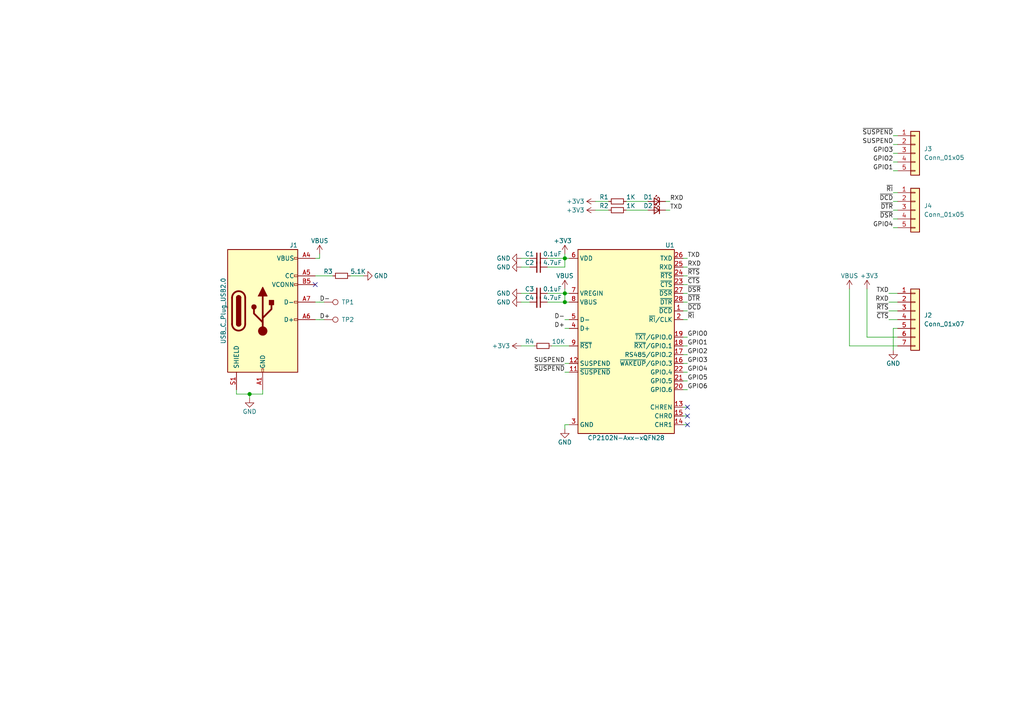
<source format=kicad_sch>
(kicad_sch (version 20200828) (generator eeschema)
  (page 1 1)
  (paper "A4")
  (lib_symbols
    (symbol "Connector:TestPoint" (pin_numbers hide) (pin_names (offset 0.762) hide)
      (property "Reference" "TP" (at 0 6.858 0))
      (property "Value" "TestPoint" (at 0 5.08 0))
      (symbol "TestPoint_0_1"
        (circle (center 0 3.302) (radius 0.762))
      )
      (symbol "TestPoint_1_1"
        (pin passive line (at 0 0 90) (length 2.54) (name "1") (number "1"))
      )
    )
    (symbol "Connector:USB_C_Plug_USB2.0" (pin_names (offset 1.016))
      (property "Reference" "P" (at -10.16 19.05 0))
      (property "Value" "USB_C_Plug_USB2.0" (at 12.7 19.05 0))
      (symbol "USB_C_Plug_USB2.0_0_1"
        (arc (start -8.89 -3.81) (end -5.08 -3.81) (radius (at -6.985 -3.81) (length 1.905) (angles -179.9 -0.1)) (stroke (width 0.508)))
        (arc (start -7.62 -3.81) (end -6.35 -3.81) (radius (at -6.985 -3.81) (length 0.635) (angles -179.9 -0.1)) (stroke (width 0.254)))
        (arc (start -7.62 -3.81) (end -6.35 -3.81) (radius (at -6.985 -3.81) (length 0.635) (angles -179.9 -0.1)) (stroke (width 0.254)) (fill (type outline)))
        (arc (start -6.35 3.81) (end -7.62 3.81) (radius (at -6.985 3.81) (length 0.635) (angles 0.1 179.9)) (stroke (width 0.254)) (fill (type outline)))
        (arc (start -6.35 3.81) (end -7.62 3.81) (radius (at -6.985 3.81) (length 0.635) (angles 0.1 179.9)) (stroke (width 0.254)))
        (arc (start -5.08 3.81) (end -8.89 3.81) (radius (at -6.985 3.81) (length 1.905) (angles 0.1 179.9)) (stroke (width 0.508)))
        (circle (center -2.54 1.143) (radius 0.635) (stroke (width 0.254)) (fill (type outline)))
        (circle (center 0 -5.842) (radius 1.27) (fill (type outline)))
        (rectangle (start -10.16 17.78) (end 10.16 -17.78) (stroke (width 0.254)) (fill (type background)))
        (rectangle (start -7.62 -3.81) (end -6.35 3.81) (stroke (width 0.254)) (fill (type outline)))
        (rectangle (start 1.905 1.778) (end 3.175 3.048) (stroke (width 0.254)) (fill (type outline)))
        (polyline (pts (xy -8.89 -3.81) (xy -8.89 3.81)) (stroke (width 0.508)))
        (polyline (pts (xy -5.08 3.81) (xy -5.08 -3.81)) (stroke (width 0.508)))
        (polyline (pts (xy 0 -5.842) (xy 0 4.318)) (stroke (width 0.508)))
        (polyline (pts (xy 0 -3.302) (xy -2.54 -0.762) (xy -2.54 0.508)) (stroke (width 0.508)))
        (polyline (pts (xy 0 -2.032) (xy 2.54 0.508) (xy 2.54 1.778)) (stroke (width 0.508)))
        (polyline (pts (xy -1.27 4.318) (xy 0 6.858) (xy 1.27 4.318) (xy -1.27 4.318)) (stroke (width 0.254)) (fill (type outline)))
      )
      (symbol "USB_C_Plug_USB2.0_0_0"
        (rectangle (start -0.254 -17.78) (end 0.254 -16.764))
        (rectangle (start 10.16 -2.286) (end 9.144 -2.794))
        (rectangle (start 10.16 2.794) (end 9.144 2.286))
        (rectangle (start 10.16 7.874) (end 9.144 7.366))
        (rectangle (start 10.16 10.414) (end 9.144 9.906))
        (rectangle (start 10.16 15.494) (end 9.144 14.986))
      )
      (symbol "USB_C_Plug_USB2.0_1_1"
        (pin passive line (at 0 -22.86 90) (length 5.08) (name "GND") (number "A1"))
        (pin passive line (at 0 -22.86 90) (length 5.08) hide (name "GND") (number "A12"))
        (pin passive line (at 15.24 15.24 180) (length 5.08) (name "VBUS") (number "A4"))
        (pin bidirectional line (at 15.24 10.16 180) (length 5.08) (name "CC") (number "A5"))
        (pin bidirectional line (at 15.24 -2.54 180) (length 5.08) (name "D+") (number "A6"))
        (pin bidirectional line (at 15.24 2.54 180) (length 5.08) (name "D-") (number "A7"))
        (pin passive line (at 15.24 15.24 180) (length 5.08) hide (name "VBUS") (number "A9"))
        (pin passive line (at 0 -22.86 90) (length 5.08) hide (name "GND") (number "B1"))
        (pin passive line (at 0 -22.86 90) (length 5.08) hide (name "GND") (number "B12"))
        (pin passive line (at 15.24 15.24 180) (length 5.08) hide (name "VBUS") (number "B4"))
        (pin bidirectional line (at 15.24 7.62 180) (length 5.08) (name "VCONN") (number "B5"))
        (pin passive line (at 15.24 15.24 180) (length 5.08) hide (name "VBUS") (number "B9"))
        (pin passive line (at -7.62 -22.86 90) (length 5.08) (name "SHIELD") (number "S1"))
      )
    )
    (symbol "Connector_Generic:Conn_01x05" (pin_names (offset 1.016) hide)
      (property "Reference" "J" (at 0 7.62 0))
      (property "Value" "Conn_01x05" (at 0 -7.62 0))
      (symbol "Conn_01x05_1_1"
        (rectangle (start -1.27 -4.953) (end 0 -5.207) (stroke (width 0.1524)))
        (rectangle (start -1.27 -2.413) (end 0 -2.667) (stroke (width 0.1524)))
        (rectangle (start -1.27 2.667) (end 0 2.413) (stroke (width 0.1524)))
        (rectangle (start -1.27 5.207) (end 0 4.953) (stroke (width 0.1524)))
        (rectangle (start -1.27 6.35) (end 1.27 -6.35) (stroke (width 0.254)) (fill (type background)))
        (rectangle (start -1.27 0.127) (end 0 -0.127) (stroke (width 0.1524)))
        (pin passive line (at -5.08 5.08 0) (length 3.81) (name "Pin_1") (number "1"))
        (pin passive line (at -5.08 2.54 0) (length 3.81) (name "Pin_2") (number "2"))
        (pin passive line (at -5.08 0 0) (length 3.81) (name "Pin_3") (number "3"))
        (pin passive line (at -5.08 -2.54 0) (length 3.81) (name "Pin_4") (number "4"))
        (pin passive line (at -5.08 -5.08 0) (length 3.81) (name "Pin_5") (number "5"))
      )
    )
    (symbol "Connector_Generic:Conn_01x07" (pin_names (offset 1.016) hide)
      (property "Reference" "J" (at 0 10.16 0))
      (property "Value" "Conn_01x07" (at 0 -10.16 0))
      (symbol "Conn_01x07_1_1"
        (rectangle (start -1.27 -4.953) (end 0 -5.207) (stroke (width 0.1524)))
        (rectangle (start -1.27 -7.493) (end 0 -7.747) (stroke (width 0.1524)))
        (rectangle (start -1.27 -2.413) (end 0 -2.667) (stroke (width 0.1524)))
        (rectangle (start -1.27 2.667) (end 0 2.413) (stroke (width 0.1524)))
        (rectangle (start -1.27 5.207) (end 0 4.953) (stroke (width 0.1524)))
        (rectangle (start -1.27 7.747) (end 0 7.493) (stroke (width 0.1524)))
        (rectangle (start -1.27 8.89) (end 1.27 -8.89) (stroke (width 0.254)) (fill (type background)))
        (rectangle (start -1.27 0.127) (end 0 -0.127) (stroke (width 0.1524)))
        (pin passive line (at -5.08 7.62 0) (length 3.81) (name "Pin_1") (number "1"))
        (pin passive line (at -5.08 5.08 0) (length 3.81) (name "Pin_2") (number "2"))
        (pin passive line (at -5.08 2.54 0) (length 3.81) (name "Pin_3") (number "3"))
        (pin passive line (at -5.08 0 0) (length 3.81) (name "Pin_4") (number "4"))
        (pin passive line (at -5.08 -2.54 0) (length 3.81) (name "Pin_5") (number "5"))
        (pin passive line (at -5.08 -5.08 0) (length 3.81) (name "Pin_6") (number "6"))
        (pin passive line (at -5.08 -7.62 0) (length 3.81) (name "Pin_7") (number "7"))
      )
    )
    (symbol "Device:C_Small" (pin_numbers hide) (pin_names (offset 0.254) hide)
      (property "Reference" "C" (at 0.254 1.778 0))
      (property "Value" "C_Small" (at 0.254 -2.032 0))
      (symbol "C_Small_0_1"
        (polyline (pts (xy -1.524 -0.508) (xy 1.524 -0.508)) (stroke (width 0.3302)))
        (polyline (pts (xy -1.524 0.508) (xy 1.524 0.508)) (stroke (width 0.3048)))
      )
      (symbol "C_Small_1_1"
        (pin passive line (at 0 2.54 270) (length 2.032) (name "~") (number "1"))
        (pin passive line (at 0 -2.54 90) (length 2.032) (name "~") (number "2"))
      )
    )
    (symbol "Device:LED_Small" (pin_numbers hide) (pin_names (offset 0.254) hide)
      (property "Reference" "D" (at -1.27 3.175 0))
      (property "Value" "LED_Small" (at -4.445 -2.54 0))
      (symbol "LED_Small_0_1"
        (polyline (pts (xy -0.762 -1.016) (xy -0.762 1.016)) (stroke (width 0.254)))
        (polyline (pts (xy 1.016 0) (xy -0.762 0)))
        (polyline (pts (xy 0.762 -1.016) (xy -0.762 0) (xy 0.762 1.016) (xy 0.762 -1.016)) (stroke (width 0.254)))
        (polyline (pts (xy 0 0.762) (xy -0.508 1.27) (xy -0.254 1.27) (xy -0.508 1.27) (xy -0.508 1.016)))
        (polyline (pts (xy 0.508 1.27) (xy 0 1.778) (xy 0.254 1.778) (xy 0 1.778) (xy 0 1.524)))
      )
      (symbol "LED_Small_1_1"
        (pin passive line (at -2.54 0 0) (length 1.778) (name "K") (number "1"))
        (pin passive line (at 2.54 0 180) (length 1.778) (name "A") (number "2"))
      )
    )
    (symbol "Device:R_Small" (pin_numbers hide) (pin_names (offset 0.254) hide)
      (property "Reference" "R" (at 0.762 0.508 0))
      (property "Value" "R_Small" (at 0.762 -1.016 0))
      (symbol "R_Small_0_1"
        (rectangle (start -0.762 1.778) (end 0.762 -1.778) (stroke (width 0.2032)))
      )
      (symbol "R_Small_1_1"
        (pin passive line (at 0 2.54 270) (length 0.762) (name "~") (number "1"))
        (pin passive line (at 0 -2.54 90) (length 0.762) (name "~") (number "2"))
      )
    )
    (symbol "Interface_USB_Extra:CP2102N-Axx-xQFN28"
      (property "Reference" "U" (at 13.97 24.13 0))
      (property "Value" "CP2102N-Axx-xQFN28" (at 0 -31.75 0))
      (symbol "CP2102N-Axx-xQFN28_0_1"
        (rectangle (start -13.97 22.86) (end 13.97 -30.48) (stroke (width 0.254)) (fill (type background)))
      )
      (symbol "CP2102N-Axx-xQFN28_1_1"
        (pin input line (at 16.51 5.08 180) (length 2.54) (name "~DCD") (number "1"))
        (pin unconnected line (at -11.43 -20.32 0) (length 2.54) hide (name "NC") (number "10"))
        (pin output line (at -16.51 -12.7 0) (length 2.54) (name "~SUSPEND") (number "11"))
        (pin output line (at -16.51 -10.16 0) (length 2.54) (name "SUSPEND") (number "12"))
        (pin output line (at 16.51 -22.86 180) (length 2.54) (name "CHREN") (number "13"))
        (pin output line (at 16.51 -27.94 180) (length 2.54) (name "CHR1") (number "14"))
        (pin output line (at 16.51 -25.4 180) (length 2.54) (name "CHR0") (number "15"))
        (pin bidirectional line (at 16.51 -10.16 180) (length 2.54) (name "~WAKEUP~/GPIO.3") (number "16"))
        (pin bidirectional line (at 16.51 -7.62 180) (length 2.54) (name "RS485/GPIO.2") (number "17"))
        (pin bidirectional line (at 16.51 -5.08 180) (length 2.54) (name "~RXT~/GPIO.1") (number "18"))
        (pin bidirectional line (at 16.51 -2.54 180) (length 2.54) (name "~TXT~/GPIO.0") (number "19"))
        (pin bidirectional line (at 16.51 2.54 180) (length 2.54) (name "~RI~/CLK") (number "2"))
        (pin bidirectional line (at 16.51 -17.78 180) (length 2.54) (name "GPIO.6") (number "20"))
        (pin bidirectional line (at 16.51 -15.24 180) (length 2.54) (name "GPIO.5") (number "21"))
        (pin bidirectional line (at 16.51 -12.7 180) (length 2.54) (name "GPIO.4") (number "22"))
        (pin input line (at 16.51 12.7 180) (length 2.54) (name "~CTS") (number "23"))
        (pin output line (at 16.51 15.24 180) (length 2.54) (name "~RTS") (number "24"))
        (pin input line (at 16.51 17.78 180) (length 2.54) (name "RXD") (number "25"))
        (pin output line (at 16.51 20.32 180) (length 2.54) (name "TXD") (number "26"))
        (pin input line (at 16.51 10.16 180) (length 2.54) (name "~DSR") (number "27"))
        (pin output line (at 16.51 7.62 180) (length 2.54) (name "~DTR") (number "28"))
        (pin passive line (at -16.51 -27.94 0) (length 2.54) hide (name "GND") (number "29"))
        (pin power_in line (at -16.51 -27.94 0) (length 2.54) (name "GND") (number "3"))
        (pin bidirectional line (at -16.51 0 0) (length 2.54) (name "D+") (number "4"))
        (pin bidirectional line (at -16.51 2.54 0) (length 2.54) (name "D-") (number "5"))
        (pin power_in line (at -16.51 20.32 0) (length 2.54) (name "VDD") (number "6"))
        (pin power_in line (at -16.51 10.16 0) (length 2.54) (name "VREGIN") (number "7"))
        (pin input line (at -16.51 7.62 0) (length 2.54) (name "VBUS") (number "8"))
        (pin input line (at -16.51 -5.08 0) (length 2.54) (name "~RST") (number "9"))
      )
    )
    (symbol "power:+3V3" (power) (pin_names (offset 0))
      (property "Value" "+3V3" (at 0 3.556 0))
      (symbol "+3V3_0_1"
        (polyline (pts (xy -0.762 1.27) (xy 0 2.54)))
        (polyline (pts (xy 0 0) (xy 0 2.54)))
        (polyline (pts (xy 0 2.54) (xy 0.762 1.27)))
      )
      (symbol "+3V3_1_1"
        (pin power_in line (at 0 0 90) (length 0) hide (name "+3V3") (number "1"))
      )
    )
    (symbol "power:GND" (power) (pin_names (offset 0))
      (property "Value" "GND" (at 0 -3.81 0))
      (symbol "GND_0_1"
        (polyline (pts (xy 0 0) (xy 0 -1.27) (xy 1.27 -1.27) (xy 0 -2.54) (xy -1.27 -1.27) (xy 0 -1.27)))
      )
      (symbol "GND_1_1"
        (pin power_in line (at 0 0 270) (length 0) hide (name "GND") (number "1"))
      )
    )
    (symbol "power:VBUS" (power) (pin_names (offset 0))
      (property "Value" "VBUS" (at 0 3.81 0))
      (symbol "VBUS_0_1"
        (polyline (pts (xy -0.762 1.27) (xy 0 2.54)))
        (polyline (pts (xy 0 0) (xy 0 2.54)))
        (polyline (pts (xy 0 2.54) (xy 0.762 1.27)))
      )
      (symbol "VBUS_1_1"
        (pin power_in line (at 0 0 90) (length 0) hide (name "VBUS") (number "1"))
      )
    )
  )
  (junction (at 72.39 114.3) (diameter 1.016))
  (junction (at 163.83 74.93) (diameter 1.016))
  (junction (at 163.83 85.09) (diameter 1.016))
  (junction (at 163.83 87.63) (diameter 1.016))
  (no_connect (at 199.39 120.65))
  (no_connect (at 199.39 118.11))
  (no_connect (at 199.39 123.19))
  (no_connect (at 91.44 82.55))
  (wire (pts (xy 68.58 113.03) (xy 68.58 114.3)))
  (wire (pts (xy 68.58 114.3) (xy 72.39 114.3)))
  (wire (pts (xy 72.39 114.3) (xy 72.39 115.57)))
  (wire (pts (xy 72.39 114.3) (xy 76.2 114.3)))
  (wire (pts (xy 76.2 114.3) (xy 76.2 113.03)))
  (wire (pts (xy 91.44 74.93) (xy 92.71 74.93)))
  (wire (pts (xy 91.44 80.01) (xy 96.52 80.01)))
  (wire (pts (xy 91.44 87.63) (xy 92.71 87.63)))
  (wire (pts (xy 91.44 92.71) (xy 92.71 92.71)))
  (wire (pts (xy 92.71 74.93) (xy 92.71 73.66)))
  (wire (pts (xy 92.71 87.63) (xy 93.98 87.63)))
  (wire (pts (xy 92.71 92.71) (xy 93.98 92.71)))
  (wire (pts (xy 101.6 80.01) (xy 105.41 80.01)))
  (wire (pts (xy 151.13 100.33) (xy 154.94 100.33)))
  (wire (pts (xy 153.67 74.93) (xy 151.13 74.93)))
  (wire (pts (xy 153.67 77.47) (xy 151.13 77.47)))
  (wire (pts (xy 153.67 85.09) (xy 151.13 85.09)))
  (wire (pts (xy 153.67 87.63) (xy 151.13 87.63)))
  (wire (pts (xy 160.02 100.33) (xy 165.1 100.33)))
  (wire (pts (xy 163.83 73.66) (xy 163.83 74.93)))
  (wire (pts (xy 163.83 74.93) (xy 158.75 74.93)))
  (wire (pts (xy 163.83 74.93) (xy 163.83 77.47)))
  (wire (pts (xy 163.83 74.93) (xy 165.1 74.93)))
  (wire (pts (xy 163.83 77.47) (xy 158.75 77.47)))
  (wire (pts (xy 163.83 83.82) (xy 163.83 85.09)))
  (wire (pts (xy 163.83 85.09) (xy 158.75 85.09)))
  (wire (pts (xy 163.83 87.63) (xy 158.75 87.63)))
  (wire (pts (xy 163.83 87.63) (xy 163.83 85.09)))
  (wire (pts (xy 163.83 92.71) (xy 165.1 92.71)))
  (wire (pts (xy 163.83 95.25) (xy 165.1 95.25)))
  (wire (pts (xy 163.83 105.41) (xy 165.1 105.41)))
  (wire (pts (xy 163.83 107.95) (xy 165.1 107.95)))
  (wire (pts (xy 163.83 123.19) (xy 163.83 124.46)))
  (wire (pts (xy 165.1 85.09) (xy 163.83 85.09)))
  (wire (pts (xy 165.1 87.63) (xy 163.83 87.63)))
  (wire (pts (xy 165.1 123.19) (xy 163.83 123.19)))
  (wire (pts (xy 172.72 58.42) (xy 176.53 58.42)))
  (wire (pts (xy 172.72 60.96) (xy 176.53 60.96)))
  (wire (pts (xy 181.61 58.42) (xy 187.96 58.42)))
  (wire (pts (xy 181.61 60.96) (xy 187.96 60.96)))
  (wire (pts (xy 193.04 58.42) (xy 194.31 58.42)))
  (wire (pts (xy 193.04 60.96) (xy 194.31 60.96)))
  (wire (pts (xy 198.12 74.93) (xy 199.39 74.93)))
  (wire (pts (xy 198.12 77.47) (xy 199.39 77.47)))
  (wire (pts (xy 198.12 80.01) (xy 199.39 80.01)))
  (wire (pts (xy 198.12 82.55) (xy 199.39 82.55)))
  (wire (pts (xy 198.12 85.09) (xy 199.39 85.09)))
  (wire (pts (xy 198.12 87.63) (xy 199.39 87.63)))
  (wire (pts (xy 198.12 90.17) (xy 199.39 90.17)))
  (wire (pts (xy 198.12 92.71) (xy 199.39 92.71)))
  (wire (pts (xy 198.12 97.79) (xy 199.39 97.79)))
  (wire (pts (xy 198.12 100.33) (xy 199.39 100.33)))
  (wire (pts (xy 198.12 102.87) (xy 199.39 102.87)))
  (wire (pts (xy 198.12 105.41) (xy 199.39 105.41)))
  (wire (pts (xy 198.12 107.95) (xy 199.39 107.95)))
  (wire (pts (xy 198.12 110.49) (xy 199.39 110.49)))
  (wire (pts (xy 198.12 113.03) (xy 199.39 113.03)))
  (wire (pts (xy 198.12 118.11) (xy 199.39 118.11)))
  (wire (pts (xy 198.12 120.65) (xy 199.39 120.65)))
  (wire (pts (xy 198.12 123.19) (xy 199.39 123.19)))
  (wire (pts (xy 246.38 83.82) (xy 246.38 100.33)))
  (wire (pts (xy 246.38 100.33) (xy 260.35 100.33)))
  (wire (pts (xy 251.46 83.82) (xy 251.46 97.79)))
  (wire (pts (xy 251.46 97.79) (xy 260.35 97.79)))
  (wire (pts (xy 257.81 85.09) (xy 260.35 85.09)))
  (wire (pts (xy 257.81 87.63) (xy 260.35 87.63)))
  (wire (pts (xy 257.81 90.17) (xy 260.35 90.17)))
  (wire (pts (xy 257.81 92.71) (xy 260.35 92.71)))
  (wire (pts (xy 259.08 39.37) (xy 260.35 39.37)))
  (wire (pts (xy 259.08 41.91) (xy 260.35 41.91)))
  (wire (pts (xy 259.08 44.45) (xy 260.35 44.45)))
  (wire (pts (xy 259.08 46.99) (xy 260.35 46.99)))
  (wire (pts (xy 259.08 49.53) (xy 260.35 49.53)))
  (wire (pts (xy 259.08 55.88) (xy 260.35 55.88)))
  (wire (pts (xy 259.08 58.42) (xy 260.35 58.42)))
  (wire (pts (xy 259.08 60.96) (xy 260.35 60.96)))
  (wire (pts (xy 259.08 63.5) (xy 260.35 63.5)))
  (wire (pts (xy 259.08 66.04) (xy 260.35 66.04)))
  (wire (pts (xy 259.08 95.25) (xy 260.35 95.25)))
  (wire (pts (xy 259.08 101.6) (xy 259.08 95.25)))
  (label "D-" (at 92.71 87.63 0))
  (label "D+" (at 92.71 92.71 0))
  (label "D-" (at 163.83 92.71 180))
  (label "D+" (at 163.83 95.25 180))
  (label "SUSPEND" (at 163.83 105.41 180))
  (label "~SUSPEND~" (at 163.83 107.95 180))
  (label "RXD" (at 194.31 58.42 0))
  (label "TXD" (at 194.31 60.96 0))
  (label "TXD" (at 199.39 74.93 0))
  (label "RXD" (at 199.39 77.47 0))
  (label "~RTS~" (at 199.39 80.01 0))
  (label "~CTS~" (at 199.39 82.55 0))
  (label "~DSR~" (at 199.39 85.09 0))
  (label "~DTR~" (at 199.39 87.63 0))
  (label "~DCD~" (at 199.39 90.17 0))
  (label "~RI~" (at 199.39 92.71 0))
  (label "GPIO0" (at 199.39 97.79 0))
  (label "GPIO1" (at 199.39 100.33 0))
  (label "GPIO2" (at 199.39 102.87 0))
  (label "GPIO3" (at 199.39 105.41 0))
  (label "GPIO4" (at 199.39 107.95 0))
  (label "GPIO5" (at 199.39 110.49 0))
  (label "GPIO6" (at 199.39 113.03 0))
  (label "TXD" (at 257.81 85.09 180))
  (label "RXD" (at 257.81 87.63 180))
  (label "~RTS~" (at 257.81 90.17 180))
  (label "~CTS~" (at 257.81 92.71 180))
  (label "~SUSPEND~" (at 259.08 39.37 180))
  (label "SUSPEND" (at 259.08 41.91 180))
  (label "GPIO3" (at 259.08 44.45 180))
  (label "GPIO2" (at 259.08 46.99 180))
  (label "GPIO1" (at 259.08 49.53 180))
  (label "~RI~" (at 259.08 55.88 180))
  (label "~DCD~" (at 259.08 58.42 180))
  (label "~DTR~" (at 259.08 60.96 180))
  (label "~DSR~" (at 259.08 63.5 180))
  (label "GPIO4" (at 259.08 66.04 180))
  (symbol (lib_id "Connector:TestPoint") (at 93.98 87.63 270) (unit 1)
    (property "Reference" "TP1" (at 99.06 87.63 90) (effects (justify left)))
    (property "Value" "TP_D-" (effects hide))
    (property "Footprint" "TestPoint:TestPoint_Pad_D1.5mm" (effects hide))
  )
  (symbol (lib_id "Connector:TestPoint") (at 93.98 92.71 270) (unit 1)
    (property "Reference" "TP2" (at 99.06 92.71 90) (effects (justify left)))
    (property "Value" "TP_D+" (effects hide))
    (property "Footprint" "TestPoint:TestPoint_Pad_D1.5mm" (effects hide))
  )
  (symbol (lib_id "power:VBUS") (at 92.71 73.66 0) (unit 1)
    (property "Reference" "#PWR03" (effects hide))
    (property "Value" "VBUS" (at 92.71 69.85 0))
  )
  (symbol (lib_id "power:+3V3") (at 151.13 100.33 90) (mirror x) (unit 1)
    (property "Reference" "#PWR014" (effects hide))
    (property "Value" "+3V3" (at 147.955 100.33 90) (effects (justify left)))
  )
  (symbol (lib_id "power:+3V3") (at 163.83 73.66 0) (mirror y) (unit 1)
    (property "Reference" "#PWR04" (effects hide))
    (property "Value" "+3V3" (at 163.195 69.85 0))
  )
  (symbol (lib_id "power:VBUS") (at 163.83 83.82 0) (unit 1)
    (property "Reference" "#PWR09" (effects hide))
    (property "Value" "VBUS" (at 163.83 80.01 0))
  )
  (symbol (lib_id "power:+3V3") (at 172.72 58.42 90) (mirror x) (unit 1)
    (property "Reference" "#PWR01" (effects hide))
    (property "Value" "+3V3" (at 169.545 58.42 90) (effects (justify left)))
  )
  (symbol (lib_id "power:+3V3") (at 172.72 60.96 90) (mirror x) (unit 1)
    (property "Reference" "#PWR02" (effects hide))
    (property "Value" "+3V3" (at 169.545 60.96 90) (effects (justify left)))
  )
  (symbol (lib_id "power:VBUS") (at 246.38 83.82 0) (mirror y) (unit 1)
    (property "Reference" "#PWR011" (effects hide))
    (property "Value" "VBUS" (at 246.38 80.01 0))
  )
  (symbol (lib_id "power:+3V3") (at 251.46 83.82 0) (unit 1)
    (property "Reference" "#PWR08" (effects hide))
    (property "Value" "+3V3" (at 252.095 80.01 0))
  )
  (symbol (lib_id "power:GND") (at 72.39 115.57 0) (unit 1)
    (property "Reference" "#PWR015" (effects hide))
    (property "Value" "GND" (at 72.39 119.38 0))
  )
  (symbol (lib_id "power:GND") (at 105.41 80.01 90) (unit 1)
    (property "Reference" "#PWR07" (effects hide))
    (property "Value" "GND" (at 110.49 80.01 90))
  )
  (symbol (lib_id "power:GND") (at 151.13 74.93 270) (unit 1)
    (property "Reference" "#PWR05" (effects hide))
    (property "Value" "GND" (at 146.05 74.93 90))
  )
  (symbol (lib_id "power:GND") (at 151.13 77.47 270) (unit 1)
    (property "Reference" "#PWR06" (effects hide))
    (property "Value" "GND" (at 146.05 77.47 90))
  )
  (symbol (lib_id "power:GND") (at 151.13 85.09 270) (unit 1)
    (property "Reference" "#PWR010" (effects hide))
    (property "Value" "GND" (at 146.05 85.09 90))
  )
  (symbol (lib_id "power:GND") (at 151.13 87.63 270) (unit 1)
    (property "Reference" "#PWR012" (effects hide))
    (property "Value" "GND" (at 146.05 87.63 90))
  )
  (symbol (lib_id "power:GND") (at 163.83 124.46 0) (unit 1)
    (property "Reference" "#PWR016" (effects hide))
    (property "Value" "GND" (at 163.83 128.27 0))
  )
  (symbol (lib_id "power:GND") (at 259.08 101.6 0) (unit 1)
    (property "Reference" "#PWR013" (effects hide))
    (property "Value" "GND" (at 259.08 105.41 0))
  )
  (symbol (lib_id "Device:R_Small") (at 99.06 80.01 270) (unit 1)
    (property "Reference" "R3" (at 96.52 78.74 90) (effects (justify right)))
    (property "Value" "5.1K" (at 101.6 78.74 90) (effects (justify left)))
    (property "Footprint" "Resistor_SMD:R_0603_1608Metric" (effects hide))
  )
  (symbol (lib_id "Device:R_Small") (at 157.48 100.33 270) (unit 1)
    (property "Reference" "R4" (at 154.94 99.06 90) (effects (justify right)))
    (property "Value" "10K" (at 160.02 99.06 90) (effects (justify left)))
    (property "Footprint" "Resistor_SMD:R_0603_1608Metric" (effects hide))
  )
  (symbol (lib_id "Device:R_Small") (at 179.07 58.42 270) (unit 1)
    (property "Reference" "R1" (at 176.53 57.15 90) (effects (justify right)))
    (property "Value" "1K" (at 181.61 57.15 90) (effects (justify left)))
    (property "Footprint" "Resistor_SMD:R_0603_1608Metric" (effects hide))
  )
  (symbol (lib_id "Device:R_Small") (at 179.07 60.96 270) (unit 1)
    (property "Reference" "R2" (at 176.53 59.69 90) (effects (justify right)))
    (property "Value" "1K" (at 181.61 59.69 90) (effects (justify left)))
    (property "Footprint" "Resistor_SMD:R_0603_1608Metric" (effects hide))
  )
  (symbol (lib_id "Device:LED_Small") (at 190.5 58.42 0) (mirror y) (unit 1)
    (property "Reference" "D1" (at 187.96 57.15 0))
    (property "Value" "LED_RXD" (effects hide))
    (property "Footprint" "LED_SMD:LED_0603_1608Metric" (effects hide))
  )
  (symbol (lib_id "Device:LED_Small") (at 190.5 60.96 0) (mirror y) (unit 1)
    (property "Reference" "D2" (at 187.96 59.69 0))
    (property "Value" "LED_TXD" (effects hide))
    (property "Footprint" "LED_SMD:LED_0603_1608Metric" (effects hide))
  )
  (symbol (lib_id "Device:C_Small") (at 156.21 74.93 270) (unit 1)
    (property "Reference" "C1" (at 154.94 73.66 90) (effects (justify right)))
    (property "Value" "0.1uF" (at 157.48 73.66 90) (effects (justify left)))
    (property "Footprint" "Capacitor_SMD:C_0603_1608Metric" (effects hide))
  )
  (symbol (lib_id "Device:C_Small") (at 156.21 77.47 270) (unit 1)
    (property "Reference" "C2" (at 154.94 76.2 90) (effects (justify right)))
    (property "Value" "4.7uF" (at 157.48 76.2 90) (effects (justify left)))
    (property "Footprint" "Capacitor_SMD:C_0603_1608Metric" (effects hide))
  )
  (symbol (lib_id "Device:C_Small") (at 156.21 85.09 270) (unit 1)
    (property "Reference" "C3" (at 154.94 83.82 90) (effects (justify right)))
    (property "Value" "0.1uF" (at 157.48 83.82 90) (effects (justify left)))
    (property "Footprint" "Capacitor_SMD:C_0603_1608Metric" (effects hide))
  )
  (symbol (lib_id "Device:C_Small") (at 156.21 87.63 270) (unit 1)
    (property "Reference" "C4" (at 154.94 86.36 90) (effects (justify right)))
    (property "Value" "4.7uF" (at 157.48 86.36 90) (effects (justify left)))
    (property "Footprint" "Capacitor_SMD:C_0603_1608Metric" (effects hide))
  )
  (symbol (lib_id "Connector_Generic:Conn_01x05") (at 265.43 44.45 0) (unit 1)
    (property "Reference" "J3" (at 267.97 43.18 0) (effects (justify left)))
    (property "Value" "Conn_01x05" (at 267.97 45.72 0) (effects (justify left)))
    (property "Footprint" "Connector_PinHeader_2.54mm:PinHeader_1x05_P2.54mm_Vertical" (effects hide))
  )
  (symbol (lib_id "Connector_Generic:Conn_01x05") (at 265.43 60.96 0) (unit 1)
    (property "Reference" "J4" (at 267.97 59.69 0) (effects (justify left)))
    (property "Value" "Conn_01x05" (at 267.97 62.23 0) (effects (justify left)))
    (property "Footprint" "Connector_PinHeader_2.54mm:PinHeader_1x05_P2.54mm_Vertical" (effects hide))
  )
  (symbol (lib_id "Connector_Generic:Conn_01x07") (at 265.43 92.71 0) (unit 1)
    (property "Reference" "J2" (at 267.97 91.44 0) (effects (justify left)))
    (property "Value" "Conn_01x07" (at 267.97 93.98 0) (effects (justify left)))
    (property "Footprint" "Connector_PinHeader_2.54mm:PinHeader_1x07_P2.54mm_Vertical" (effects hide))
  )
  (symbol (lib_id "Connector:USB_C_Plug_USB2.0") (at 76.2 90.17 0) (unit 1)
    (property "Reference" "J1" (at 86.36 71.12 0) (effects (justify right)))
    (property "Value" "USB_C_Plug_USB2.0" (at 64.77 90.17 90))
    (property "Footprint" "Connector_USB_Extra:USB_C_Plug_UTC009-C12" (effects hide))
    (property "Datasheet" "https://www.usb.org/sites/default/files/documents/usb_type-c.zip" (effects hide))
  )
  (symbol (lib_id "Interface_USB_Extra:CP2102N-Axx-xQFN28") (at 181.61 95.25 0) (unit 1)
    (property "Reference" "U1" (at 194.31 71.12 0))
    (property "Value" "CP2102N-Axx-xQFN28" (at 181.61 127 0))
    (property "Footprint" "Package_DFN_QFN:QFN-28-1EP_5x5mm_P0.5mm_EP3.35x3.35mm" (effects hide))
    (property "Datasheet" "https://www.silabs.com/documents/public/data-sheets/cp2102n-datasheet.pdf" (effects hide))
  )
)
</source>
